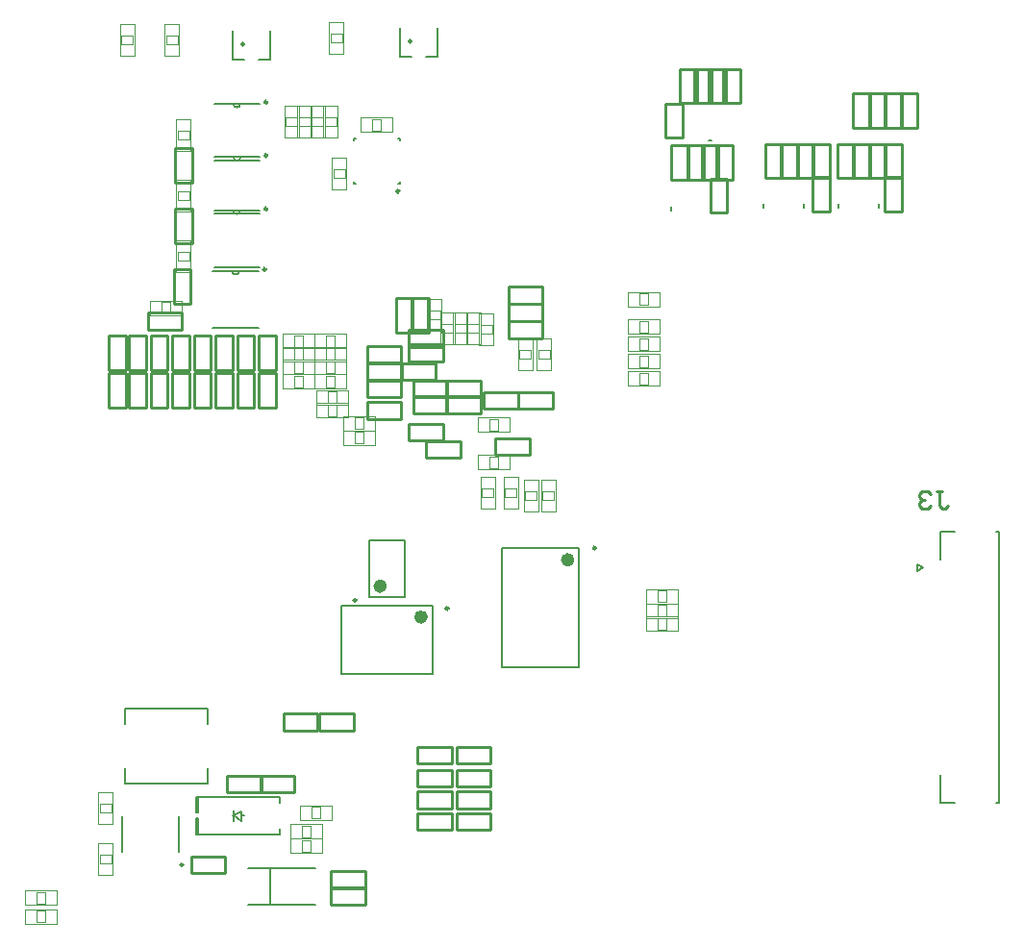
<source format=gbr>
G04*
G04 #@! TF.GenerationSoftware,Altium Limited,Altium Designer,24.1.2 (44)*
G04*
G04 Layer_Color=32896*
%FSLAX44Y44*%
%MOMM*%
G71*
G04*
G04 #@! TF.SameCoordinates,8DB790BD-C0D2-442E-8808-D1DB86FAA070*
G04*
G04*
G04 #@! TF.FilePolarity,Positive*
G04*
G01*
G75*
%ADD10C,0.2540*%
%ADD11C,0.1000*%
%ADD12C,0.2000*%
%ADD13C,0.2500*%
%ADD14C,0.6000*%
%ADD16C,0.1270*%
%ADD17C,0.2032*%
D10*
X1917580Y1497570D02*
Y1527570D01*
X1902580Y1497570D02*
X1917580D01*
X1902580Y1527570D02*
X1917580D01*
X1902580Y1497570D02*
Y1527570D01*
X1484510Y1351400D02*
Y1381400D01*
X1469510Y1351400D02*
X1484510D01*
X1469510Y1381400D02*
X1484510D01*
X1469510Y1351400D02*
Y1381400D01*
X1446770Y1343540D02*
X1476770D01*
Y1328540D02*
Y1343540D01*
X1446770Y1328540D02*
Y1343540D01*
Y1328540D02*
X1476770D01*
X1485780Y1404860D02*
Y1434860D01*
X1470780Y1404860D02*
X1485780D01*
X1470780Y1434860D02*
X1485780D01*
X1470780Y1404860D02*
Y1434860D01*
X1485780Y1458200D02*
Y1488200D01*
X1470780Y1458200D02*
X1485780D01*
X1470780Y1488200D02*
X1485780D01*
X1470780Y1458200D02*
Y1488200D01*
X1521340Y1293100D02*
Y1323100D01*
X1506340Y1293100D02*
X1521340D01*
X1506340Y1323100D02*
X1521340D01*
X1506340Y1293100D02*
Y1323100D01*
X1445140Y1293100D02*
Y1323100D01*
X1430140Y1293100D02*
X1445140D01*
X1430140Y1323100D02*
X1445140D01*
X1430140Y1293100D02*
Y1323100D01*
X1464190Y1293100D02*
Y1323100D01*
X1449190Y1293100D02*
X1464190D01*
X1449190Y1323100D02*
X1464190D01*
X1449190Y1293100D02*
Y1323100D01*
X1502290Y1260080D02*
Y1290080D01*
X1487290Y1260080D02*
X1502290D01*
X1487290Y1290080D02*
X1502290D01*
X1487290Y1260080D02*
Y1290080D01*
X1464190Y1260080D02*
Y1290080D01*
X1449190Y1260080D02*
X1464190D01*
X1449190Y1290080D02*
X1464190D01*
X1449190Y1260080D02*
Y1290080D01*
X1427360Y1293100D02*
Y1323100D01*
X1412360Y1293100D02*
X1427360D01*
X1412360Y1323100D02*
X1427360D01*
X1412360Y1293100D02*
Y1323100D01*
X1445140Y1260080D02*
Y1290080D01*
X1430140Y1260080D02*
X1445140D01*
X1430140Y1290080D02*
X1445140D01*
X1430140Y1260080D02*
Y1290080D01*
X1559440Y1260080D02*
Y1290080D01*
X1544440Y1260080D02*
X1559440D01*
X1544440Y1290080D02*
X1559440D01*
X1544440Y1260080D02*
Y1290080D01*
X1540390Y1260080D02*
Y1290080D01*
X1525390Y1260080D02*
X1540390D01*
X1525390Y1290080D02*
X1540390D01*
X1525390Y1260080D02*
Y1290080D01*
X1540390Y1293100D02*
Y1323100D01*
X1525390Y1293100D02*
X1540390D01*
X1525390Y1323100D02*
X1540390D01*
X1525390Y1293100D02*
Y1323100D01*
X1559440Y1293100D02*
Y1323100D01*
X1544440Y1293100D02*
X1559440D01*
X1544440Y1323100D02*
X1559440D01*
X1544440Y1293100D02*
Y1323100D01*
X1483240Y1260080D02*
Y1290080D01*
X1468240Y1260080D02*
X1483240D01*
X1468240Y1290080D02*
X1483240D01*
X1468240Y1260080D02*
Y1290080D01*
X1427360Y1260080D02*
Y1290080D01*
X1412360Y1260080D02*
X1427360D01*
X1412360Y1290080D02*
X1427360D01*
X1412360Y1260080D02*
Y1290080D01*
X1521340Y1260080D02*
Y1290080D01*
X1506340Y1260080D02*
X1521340D01*
X1506340Y1290080D02*
X1521340D01*
X1506340Y1260080D02*
Y1290080D01*
X1483240Y1293100D02*
Y1323100D01*
X1468240Y1293100D02*
X1483240D01*
X1468240Y1323100D02*
X1483240D01*
X1468240Y1293100D02*
Y1323100D01*
X1502290Y1293100D02*
Y1323100D01*
X1487290Y1293100D02*
X1502290D01*
X1487290Y1323100D02*
X1502290D01*
X1487290Y1293100D02*
Y1323100D01*
X1936630Y1460740D02*
Y1490740D01*
X1921630Y1460740D02*
X1936630D01*
X1921630Y1490740D02*
X1936630D01*
X1921630Y1460740D02*
Y1490740D01*
X1930280Y1528050D02*
Y1558050D01*
X1915280Y1528050D02*
X1930280D01*
X1915280Y1558050D02*
X1930280D01*
X1915280Y1528050D02*
Y1558050D01*
X2067680Y1506460D02*
Y1536460D01*
X2082680D01*
X2067680Y1506460D02*
X2082680D01*
Y1536460D01*
X2068710Y1462010D02*
Y1492010D01*
X2053710Y1462010D02*
X2068710D01*
X2053710Y1492010D02*
X2068710D01*
X2053710Y1462010D02*
Y1492010D01*
X1942980Y1528050D02*
Y1558050D01*
X1927980Y1528050D02*
X1942980D01*
X1927980Y1558050D02*
X1942980D01*
X1927980Y1528050D02*
Y1558050D01*
X2047120Y1462010D02*
Y1492010D01*
X2032120Y1462010D02*
X2047120D01*
X2032120Y1492010D02*
X2047120D01*
X2032120Y1462010D02*
Y1492010D01*
X2095620Y1432800D02*
Y1462800D01*
X2110620D01*
X2095620Y1432800D02*
X2110620D01*
Y1462800D01*
X2095620Y1462010D02*
Y1492010D01*
X2110620D01*
X2095620Y1462010D02*
X2110620D01*
Y1492010D01*
X2067680Y1462130D02*
Y1492130D01*
X2082680D01*
X2067680Y1462130D02*
X2082680D01*
Y1492130D01*
X2081650Y1462130D02*
Y1492130D01*
X2096650D01*
X2081650Y1462130D02*
X2096650D01*
Y1492130D01*
X1940680Y1528050D02*
Y1558050D01*
X1955680D01*
X1940680Y1528050D02*
X1955680D01*
Y1558050D01*
X1953380Y1528050D02*
Y1558050D01*
X1968380D01*
X1953380Y1528050D02*
X1968380D01*
Y1558050D01*
X1934330Y1460740D02*
Y1490740D01*
X1949330D01*
X1934330Y1460740D02*
X1949330D01*
Y1490740D01*
X1947030Y1460740D02*
Y1490740D01*
X1962030D01*
X1947030Y1460740D02*
X1962030D01*
Y1490740D01*
X1941950Y1431530D02*
Y1461530D01*
X1956950D01*
X1941950Y1431530D02*
X1956950D01*
Y1461530D01*
X1907660Y1460740D02*
Y1490740D01*
X1922660D01*
X1907660Y1460740D02*
X1922660D01*
Y1490740D01*
X2032120Y1432800D02*
Y1462800D01*
X2047120D01*
X2032120Y1432800D02*
X2047120D01*
Y1462800D01*
X2018150Y1462130D02*
Y1492130D01*
X2033150D01*
X2018150Y1462130D02*
X2033150D01*
Y1492130D01*
X1990210Y1462010D02*
Y1492010D01*
X2005210D01*
X1990210Y1462010D02*
X2005210D01*
Y1492010D01*
X2004180Y1462130D02*
Y1492130D01*
X2019180D01*
X2004180Y1462130D02*
X2019180D01*
Y1492130D01*
X1718670Y946270D02*
X1748670D01*
X1718670D02*
Y961270D01*
X1748670Y946270D02*
Y961270D01*
X1718670D02*
X1748670D01*
X1684380Y961270D02*
X1714380D01*
Y946270D02*
Y961270D01*
X1684380Y946270D02*
Y961270D01*
Y946270D02*
X1714380D01*
X1718550Y925950D02*
X1748550D01*
X1718550D02*
Y940950D01*
X1748550Y925950D02*
Y940950D01*
X1718550D02*
X1748550D01*
X1718550Y906900D02*
X1748550D01*
X1718550D02*
Y921900D01*
X1748550Y906900D02*
Y921900D01*
X1718550D02*
X1748550D01*
X1684380Y921900D02*
X1714380D01*
Y906900D02*
Y921900D01*
X1684380Y906900D02*
Y921900D01*
Y906900D02*
X1714380D01*
X1684380Y940950D02*
X1714380D01*
Y925950D02*
Y940950D01*
X1684380Y925950D02*
Y940950D01*
Y925950D02*
X1714380D01*
X1684260Y902850D02*
X1714260D01*
Y887850D02*
Y902850D01*
X1684260Y887850D02*
Y902850D01*
Y887850D02*
X1714260D01*
X1718670Y887850D02*
X1748670D01*
X1718670D02*
Y902850D01*
X1748670Y887850D02*
Y902850D01*
X1718670D02*
X1748670D01*
X2096650Y1506460D02*
Y1536460D01*
X2081650Y1506460D02*
X2096650D01*
X2081650Y1536460D02*
X2096650D01*
X2081650Y1506460D02*
Y1536460D01*
X2124590Y1506460D02*
Y1536460D01*
X2109590Y1506460D02*
X2124590D01*
X2109590Y1536460D02*
X2124590D01*
X2109590Y1506460D02*
Y1536460D01*
X2110620Y1506460D02*
Y1536460D01*
X2095620Y1506460D02*
X2110620D01*
X2095620Y1536460D02*
X2110620D01*
X2095620Y1506460D02*
Y1536460D01*
X1597900Y975480D02*
X1627900D01*
X1597900D02*
Y990480D01*
X1627900Y975480D02*
Y990480D01*
X1597900D02*
X1627900D01*
X1566150Y975480D02*
X1596150D01*
X1566150D02*
Y990480D01*
X1596150Y975480D02*
Y990480D01*
X1566150D02*
X1596150D01*
X1608060Y836810D02*
X1638060D01*
Y821810D02*
Y836810D01*
X1608060Y821810D02*
Y836810D01*
Y821810D02*
X1638060D01*
X1608060Y837050D02*
X1638060D01*
X1608060D02*
Y852050D01*
X1638060Y837050D02*
Y852050D01*
X1608060D02*
X1638060D01*
X1484860Y849750D02*
X1514860D01*
X1484860D02*
Y864750D01*
X1514860Y849750D02*
Y864750D01*
X1484860D02*
X1514860D01*
X1545820Y920870D02*
X1575820D01*
X1545820D02*
Y935870D01*
X1575820Y920870D02*
Y935870D01*
X1545820D02*
X1575820D01*
X1516610Y920870D02*
X1546610D01*
X1516610D02*
Y935870D01*
X1546610Y920870D02*
Y935870D01*
X1516610D02*
X1546610D01*
X1752840Y1218050D02*
X1782840D01*
X1752840D02*
Y1233050D01*
X1782840Y1218050D02*
Y1233050D01*
X1752840D02*
X1782840D01*
X1639810Y1314330D02*
X1669810D01*
Y1299330D02*
Y1314330D01*
X1639810Y1299330D02*
Y1314330D01*
Y1299330D02*
X1669810D01*
X1639810Y1284090D02*
X1669810D01*
X1639810D02*
Y1299090D01*
X1669810Y1284090D02*
Y1299090D01*
X1639810D02*
X1669810D01*
X1639810Y1264800D02*
X1669810D01*
Y1249800D02*
Y1264800D01*
X1639810Y1249800D02*
Y1264800D01*
Y1249800D02*
X1669810D01*
X1709660Y1269880D02*
X1739660D01*
Y1254880D02*
Y1269880D01*
X1709660Y1254880D02*
Y1269880D01*
Y1254880D02*
X1739660D01*
X1680330Y1283850D02*
X1710330D01*
Y1268850D02*
Y1283850D01*
X1680330Y1268850D02*
Y1283850D01*
Y1268850D02*
X1710330D01*
X1709660Y1283850D02*
X1739660D01*
Y1268850D02*
Y1283850D01*
X1709660Y1268850D02*
Y1283850D01*
Y1268850D02*
X1739660D01*
X1680450Y1269880D02*
X1710450D01*
Y1254880D02*
Y1269880D01*
X1680450Y1254880D02*
Y1269880D01*
Y1254880D02*
X1710450D01*
X1742680Y1258690D02*
X1772680D01*
X1742680D02*
Y1273690D01*
X1772680Y1258690D02*
Y1273690D01*
X1742680D02*
X1772680D01*
X1773160Y1258690D02*
X1803160D01*
X1773160D02*
Y1273690D01*
X1803160Y1258690D02*
Y1273690D01*
X1773160D02*
X1803160D01*
X1764270Y1320920D02*
X1794270D01*
X1764270D02*
Y1335920D01*
X1794270Y1320920D02*
Y1335920D01*
X1764270D02*
X1794270D01*
X1639810Y1268850D02*
X1669810D01*
X1639810D02*
Y1283850D01*
X1669810Y1268850D02*
Y1283850D01*
X1639810D02*
X1669810D01*
X1676640Y1328300D02*
X1706640D01*
Y1313300D02*
Y1328300D01*
X1676640Y1313300D02*
Y1328300D01*
Y1313300D02*
X1706640D01*
X1679060Y1326120D02*
Y1356120D01*
X1694060D01*
X1679060Y1326120D02*
X1694060D01*
Y1356120D01*
X1680090Y1326120D02*
Y1356120D01*
X1665090Y1326120D02*
X1680090D01*
X1665090Y1356120D02*
X1680090D01*
X1665090Y1326120D02*
Y1356120D01*
X1676640Y1300600D02*
X1706640D01*
X1676640D02*
Y1315600D01*
X1706640Y1300600D02*
Y1315600D01*
X1676640D02*
X1706640D01*
X1676640Y1230750D02*
X1706640D01*
X1676640D02*
Y1245750D01*
X1706640Y1230750D02*
Y1245750D01*
X1676640D02*
X1706640D01*
X1764270Y1351400D02*
X1794270D01*
X1764270D02*
Y1366400D01*
X1794270Y1351400D02*
Y1366400D01*
X1764270D02*
X1794270D01*
X1670290Y1299090D02*
X1700290D01*
Y1284090D02*
Y1299090D01*
X1670290Y1284090D02*
Y1299090D01*
Y1284090D02*
X1700290D01*
X1764270Y1351160D02*
X1794270D01*
Y1336160D02*
Y1351160D01*
X1764270Y1336160D02*
Y1351160D01*
Y1336160D02*
X1794270D01*
X1691880Y1230510D02*
X1721880D01*
Y1215510D02*
Y1230510D01*
X1691880Y1215510D02*
Y1230510D01*
Y1215510D02*
X1721880D01*
X2141223Y1186429D02*
X2146302D01*
X2143763D01*
Y1173733D01*
X2146302Y1171194D01*
X2148841D01*
X2151380Y1173733D01*
X2136145Y1183890D02*
X2133606Y1186429D01*
X2128527D01*
X2125988Y1183890D01*
Y1181351D01*
X2128527Y1178811D01*
X2131067D01*
X2128527D01*
X2125988Y1176272D01*
Y1173733D01*
X2128527Y1171194D01*
X2133606D01*
X2136145Y1173733D01*
D11*
X1433830Y1579879D02*
Y1587499D01*
X1423670D02*
X1433830D01*
X1423670Y1579879D02*
Y1587499D01*
Y1579879D02*
X1433830D01*
X1435100Y1569719D02*
Y1597659D01*
X1422400D02*
X1435100D01*
X1422400Y1592579D02*
Y1597659D01*
Y1569719D02*
Y1592579D01*
Y1569719D02*
X1435100D01*
X1607820Y1581151D02*
Y1588771D01*
Y1581151D02*
X1617980D01*
Y1588771D01*
X1607820D02*
X1617980D01*
X1606550Y1570991D02*
Y1598931D01*
Y1570991D02*
X1619250D01*
Y1576071D01*
Y1598931D01*
X1606550D02*
X1619250D01*
X1601470Y1507489D02*
Y1515109D01*
X1591310D02*
X1601470D01*
X1591310Y1507489D02*
Y1515109D01*
Y1507489D02*
X1601470D01*
X1602740Y1497329D02*
Y1525269D01*
X1590040D02*
X1602740D01*
X1590040Y1520189D02*
Y1525269D01*
Y1497329D02*
Y1520189D01*
Y1497329D02*
X1602740D01*
Y1507491D02*
Y1515111D01*
Y1507491D02*
X1612900D01*
Y1515111D01*
X1602740D02*
X1612900D01*
X1601470Y1497331D02*
Y1525271D01*
Y1497331D02*
X1614170D01*
Y1502411D01*
Y1525271D01*
X1601470D02*
X1614170D01*
X1463040Y1579881D02*
Y1587501D01*
Y1579881D02*
X1473200D01*
Y1587501D01*
X1463040D02*
X1473200D01*
X1461770Y1569721D02*
Y1597661D01*
Y1569721D02*
X1474470D01*
Y1574801D01*
Y1597661D01*
X1461770D02*
X1474470D01*
X1590040Y1507489D02*
Y1515109D01*
X1579880D02*
X1590040D01*
X1579880Y1507489D02*
Y1515109D01*
Y1507489D02*
X1590040D01*
X1591310Y1497329D02*
Y1525269D01*
X1578610D02*
X1591310D01*
X1578610Y1520189D02*
Y1525269D01*
Y1497329D02*
Y1520189D01*
Y1497329D02*
X1591310D01*
X1578610Y1507489D02*
Y1515109D01*
X1568450D02*
X1578610D01*
X1568450Y1507489D02*
Y1515109D01*
Y1507489D02*
X1578610D01*
X1579880Y1497329D02*
Y1525269D01*
X1567180D02*
X1579880D01*
X1567180Y1520189D02*
Y1525269D01*
Y1497329D02*
Y1520189D01*
Y1497329D02*
X1579880D01*
X1473200Y1389381D02*
Y1397001D01*
Y1389381D02*
X1483360D01*
Y1397001D01*
X1473200D02*
X1483360D01*
X1471930Y1379221D02*
Y1407161D01*
Y1379221D02*
X1484630D01*
Y1384301D01*
Y1407161D01*
X1471930D02*
X1484630D01*
X1459231Y1352550D02*
X1466851D01*
X1459231Y1342390D02*
Y1352550D01*
Y1342390D02*
X1466851D01*
Y1352550D01*
X1449071Y1353820D02*
X1477011D01*
X1449071Y1341120D02*
Y1353820D01*
Y1341120D02*
X1454151D01*
X1477011D01*
Y1353820D01*
X1473200Y1442721D02*
Y1450341D01*
Y1442721D02*
X1483360D01*
Y1450341D01*
X1473200D02*
X1483360D01*
X1471930Y1432561D02*
Y1460501D01*
Y1432561D02*
X1484630D01*
Y1437641D01*
Y1460501D01*
X1471930D02*
X1484630D01*
X1473200Y1496061D02*
Y1503681D01*
Y1496061D02*
X1483360D01*
Y1503681D01*
X1473200D02*
X1483360D01*
X1471930Y1485901D02*
Y1513841D01*
Y1485901D02*
X1484630D01*
Y1490981D01*
Y1513841D01*
X1471930D02*
X1484630D01*
X1896109Y1088390D02*
X1903729D01*
Y1098550D01*
X1896109D02*
X1903729D01*
X1896109Y1088390D02*
Y1098550D01*
X1885949Y1087120D02*
X1913889D01*
Y1099820D01*
X1908809D02*
X1913889D01*
X1885949D02*
X1908809D01*
X1885949Y1087120D02*
Y1099820D01*
X1896111Y1085850D02*
X1903731D01*
X1896111Y1075690D02*
Y1085850D01*
Y1075690D02*
X1903731D01*
Y1085850D01*
X1885951Y1087120D02*
X1913891D01*
X1885951Y1074420D02*
Y1087120D01*
Y1074420D02*
X1891031D01*
X1913891D01*
Y1087120D01*
X1896111Y1074420D02*
X1903731D01*
X1896111Y1064260D02*
Y1074420D01*
Y1064260D02*
X1903731D01*
Y1074420D01*
X1885951Y1075690D02*
X1913891D01*
X1885951Y1062990D02*
Y1075690D01*
Y1062990D02*
X1891031D01*
X1913891D01*
Y1075690D01*
X1644651Y1513840D02*
X1652271D01*
X1644651Y1503680D02*
Y1513840D01*
Y1503680D02*
X1652271D01*
Y1513840D01*
X1634491Y1515110D02*
X1662431D01*
X1634491Y1502410D02*
Y1515110D01*
Y1502410D02*
X1639571D01*
X1662431D01*
Y1515110D01*
X1790700Y1303021D02*
Y1310641D01*
Y1303021D02*
X1800860D01*
Y1310641D01*
X1790700D02*
X1800860D01*
X1789430Y1292861D02*
Y1320801D01*
Y1292861D02*
X1802130D01*
Y1297941D01*
Y1320801D01*
X1789430D02*
X1802130D01*
X1620520Y1461769D02*
Y1469389D01*
X1610360D02*
X1620520D01*
X1610360Y1461769D02*
Y1469389D01*
Y1461769D02*
X1620520D01*
X1621790Y1451609D02*
Y1479549D01*
X1609090D02*
X1621790D01*
X1609090Y1474469D02*
Y1479549D01*
Y1451609D02*
Y1474469D01*
Y1451609D02*
X1621790D01*
X1772920Y1292859D02*
X1785620D01*
X1772920D02*
Y1315719D01*
Y1320799D01*
X1785620D01*
Y1292859D02*
Y1320799D01*
X1774190Y1303019D02*
X1784350D01*
X1774190D02*
Y1310639D01*
X1784350D01*
Y1303019D02*
Y1310639D01*
X1576069Y1290320D02*
X1583689D01*
Y1300480D01*
X1576069D02*
X1583689D01*
X1576069Y1290320D02*
Y1300480D01*
X1565909Y1289050D02*
X1593849D01*
Y1301750D01*
X1588769D02*
X1593849D01*
X1565909D02*
X1588769D01*
X1565909Y1289050D02*
Y1301750D01*
X1604011Y1300480D02*
X1611631D01*
X1604011Y1290320D02*
Y1300480D01*
Y1290320D02*
X1611631D01*
Y1300480D01*
X1593851Y1301750D02*
X1621791D01*
X1593851Y1289050D02*
Y1301750D01*
Y1289050D02*
X1598931D01*
X1621791D01*
Y1301750D01*
X1604011Y1323340D02*
X1611631D01*
X1604011Y1313180D02*
Y1323340D01*
Y1313180D02*
X1611631D01*
Y1323340D01*
X1593851Y1324610D02*
X1621791D01*
X1593851Y1311910D02*
Y1324610D01*
Y1311910D02*
X1598931D01*
X1621791D01*
Y1324610D01*
X1576069Y1313180D02*
X1583689D01*
Y1323340D01*
X1576069D02*
X1583689D01*
X1576069Y1313180D02*
Y1323340D01*
X1565909Y1311910D02*
X1593849D01*
Y1324610D01*
X1588769D02*
X1593849D01*
X1565909D02*
X1588769D01*
X1565909Y1311910D02*
Y1324610D01*
X1604011Y1311910D02*
X1611631D01*
X1604011Y1301750D02*
Y1311910D01*
Y1301750D02*
X1611631D01*
Y1311910D01*
X1593851Y1313180D02*
X1621791D01*
X1593851Y1300480D02*
Y1313180D01*
Y1300480D02*
X1598931D01*
X1621791D01*
Y1313180D01*
X1576069Y1301750D02*
X1583689D01*
Y1311910D01*
X1576069D02*
X1583689D01*
X1576069Y1301750D02*
Y1311910D01*
X1565909Y1300480D02*
X1593849D01*
Y1313180D01*
X1588769D02*
X1593849D01*
X1565909D02*
X1588769D01*
X1565909Y1300480D02*
Y1313180D01*
X1576069Y1277620D02*
X1583689D01*
Y1287780D01*
X1576069D02*
X1583689D01*
X1576069Y1277620D02*
Y1287780D01*
X1565909Y1276350D02*
X1593849D01*
Y1289050D01*
X1588769D02*
X1593849D01*
X1565909D02*
X1588769D01*
X1565909Y1276350D02*
Y1289050D01*
X1604011Y1287780D02*
X1611631D01*
X1604011Y1277620D02*
Y1287780D01*
Y1277620D02*
X1611631D01*
Y1287780D01*
X1593851Y1289050D02*
X1621791D01*
X1593851Y1276350D02*
Y1289050D01*
Y1276350D02*
X1598931D01*
X1621791D01*
Y1289050D01*
X1879601Y1336040D02*
X1887221D01*
X1879601Y1325880D02*
Y1336040D01*
Y1325880D02*
X1887221D01*
Y1336040D01*
X1869441Y1337310D02*
X1897381D01*
X1869441Y1324610D02*
Y1337310D01*
Y1324610D02*
X1874521D01*
X1897381D01*
Y1337310D01*
X1879601Y1360170D02*
X1887221D01*
X1879601Y1350010D02*
Y1360170D01*
Y1350010D02*
X1887221D01*
Y1360170D01*
X1869441Y1361440D02*
X1897381D01*
X1869441Y1348740D02*
Y1361440D01*
Y1348740D02*
X1874521D01*
X1897381D01*
Y1361440D01*
X1879601Y1320800D02*
X1887221D01*
X1879601Y1310640D02*
Y1320800D01*
Y1310640D02*
X1887221D01*
Y1320800D01*
X1869441Y1322070D02*
X1897381D01*
X1869441Y1309370D02*
Y1322070D01*
Y1309370D02*
X1874521D01*
X1897381D01*
Y1322070D01*
X1750060Y1324609D02*
Y1332229D01*
X1739900D02*
X1750060D01*
X1739900Y1324609D02*
Y1332229D01*
Y1324609D02*
X1750060D01*
X1751330Y1314449D02*
Y1342389D01*
X1738630D02*
X1751330D01*
X1738630Y1337309D02*
Y1342389D01*
Y1314449D02*
Y1337309D01*
Y1314449D02*
X1751330D01*
X1728470Y1325881D02*
Y1333501D01*
Y1325881D02*
X1738630D01*
Y1333501D01*
X1728470D02*
X1738630D01*
X1727200Y1315721D02*
Y1343661D01*
Y1315721D02*
X1739900D01*
Y1320801D01*
Y1343661D01*
X1727200D02*
X1739900D01*
X1879601Y1305560D02*
X1887221D01*
X1879601Y1295400D02*
Y1305560D01*
Y1295400D02*
X1887221D01*
Y1305560D01*
X1869441Y1306830D02*
X1897381D01*
X1869441Y1294130D02*
Y1306830D01*
Y1294130D02*
X1874521D01*
X1897381D01*
Y1306830D01*
X1879979Y1290319D02*
X1887599D01*
X1879979Y1280159D02*
Y1290319D01*
Y1280159D02*
X1887599D01*
Y1290319D01*
X1869819Y1291589D02*
X1897759D01*
X1869819Y1278889D02*
Y1291589D01*
Y1278889D02*
X1874899D01*
X1897759D01*
Y1291589D01*
X1705610Y1325881D02*
Y1333501D01*
Y1325881D02*
X1715770D01*
Y1333501D01*
X1705610D02*
X1715770D01*
X1704340Y1315721D02*
Y1343661D01*
Y1315721D02*
X1717040D01*
Y1320801D01*
Y1343661D01*
X1704340D02*
X1717040D01*
Y1325881D02*
Y1333501D01*
Y1325881D02*
X1727200D01*
Y1333501D01*
X1717040D02*
X1727200D01*
X1715770Y1315721D02*
Y1343661D01*
Y1315721D02*
X1728470D01*
Y1320801D01*
Y1343661D01*
X1715770D02*
X1728470D01*
X1694180Y1337311D02*
Y1344931D01*
Y1337311D02*
X1704340D01*
Y1344931D01*
X1694180D02*
X1704340D01*
X1692910Y1327151D02*
Y1355091D01*
Y1327151D02*
X1705610D01*
Y1332231D01*
Y1355091D01*
X1692910D02*
X1705610D01*
X1789430Y1178559D02*
Y1186179D01*
X1779270D02*
X1789430D01*
X1779270Y1178559D02*
Y1186179D01*
Y1178559D02*
X1789430D01*
X1790700Y1168399D02*
Y1196339D01*
X1778000D02*
X1790700D01*
X1778000Y1191259D02*
Y1196339D01*
Y1168399D02*
Y1191259D01*
Y1168399D02*
X1790700D01*
X1804670Y1178559D02*
Y1186179D01*
X1794510D02*
X1804670D01*
X1794510Y1178559D02*
Y1186179D01*
Y1178559D02*
X1804670D01*
X1805940Y1168399D02*
Y1196339D01*
X1793240D02*
X1805940D01*
X1793240Y1191259D02*
Y1196339D01*
Y1168399D02*
Y1191259D01*
Y1168399D02*
X1805940D01*
X1771650Y1181099D02*
Y1188719D01*
X1761490D02*
X1771650D01*
X1761490Y1181099D02*
Y1188719D01*
Y1181099D02*
X1771650D01*
X1772920Y1170939D02*
Y1198879D01*
X1760220D02*
X1772920D01*
X1760220Y1193799D02*
Y1198879D01*
Y1170939D02*
Y1193799D01*
Y1170939D02*
X1772920D01*
X1741170Y1181101D02*
Y1188721D01*
Y1181101D02*
X1751330D01*
Y1188721D01*
X1741170D02*
X1751330D01*
X1739900Y1170941D02*
Y1198881D01*
Y1170941D02*
X1752600D01*
Y1176021D01*
Y1198881D01*
X1739900D02*
X1752600D01*
X1348741Y833120D02*
X1356361D01*
X1348741Y822960D02*
Y833120D01*
Y822960D02*
X1356361D01*
Y833120D01*
X1338581Y834390D02*
X1366521D01*
X1338581Y821690D02*
Y834390D01*
Y821690D02*
X1343661D01*
X1366521D01*
Y834390D01*
X1348741Y816610D02*
X1356361D01*
X1348741Y806450D02*
Y816610D01*
Y806450D02*
X1356361D01*
Y816610D01*
X1338581Y817880D02*
X1366521D01*
X1338581Y805180D02*
Y817880D01*
Y805180D02*
X1343661D01*
X1366521D01*
Y817880D01*
X1404610Y858521D02*
Y866141D01*
Y858521D02*
X1414770D01*
Y866141D01*
X1404610D02*
X1414770D01*
X1403340Y848361D02*
Y876301D01*
Y848361D02*
X1416040D01*
Y853441D01*
Y876301D01*
X1403340D02*
X1416040D01*
X1414770Y902969D02*
Y910589D01*
X1404610D02*
X1414770D01*
X1404610Y902969D02*
Y910589D01*
Y902969D02*
X1414770D01*
X1416040Y892809D02*
Y920749D01*
X1403340D02*
X1416040D01*
X1403340Y915669D02*
Y920749D01*
Y892809D02*
Y915669D01*
Y892809D02*
X1416040D01*
X1591299Y897890D02*
X1598919D01*
Y908050D01*
X1591299D02*
X1598919D01*
X1591299Y897890D02*
Y908050D01*
X1581139Y896620D02*
X1609079D01*
Y909320D01*
X1603999D02*
X1609079D01*
X1581139D02*
X1603999D01*
X1581139Y896620D02*
Y909320D01*
X1582411Y891540D02*
X1590031D01*
X1582411Y881380D02*
Y891540D01*
Y881380D02*
X1590031D01*
Y891540D01*
X1572251Y892810D02*
X1600191D01*
X1572251Y880110D02*
Y892810D01*
Y880110D02*
X1577331D01*
X1600191D01*
Y892810D01*
X1582411Y878840D02*
X1590031D01*
X1582411Y868680D02*
Y878840D01*
Y868680D02*
X1590031D01*
Y878840D01*
X1572251Y880110D02*
X1600191D01*
X1572251Y867410D02*
Y880110D01*
Y867410D02*
X1577331D01*
X1600191D01*
Y880110D01*
X1747519Y1239520D02*
X1755139D01*
Y1249680D01*
X1747519D02*
X1755139D01*
X1747519Y1239520D02*
Y1249680D01*
X1737359Y1238250D02*
X1765299D01*
Y1250950D01*
X1760219D02*
X1765299D01*
X1737359D02*
X1760219D01*
X1737359Y1238250D02*
Y1250950D01*
X1747519Y1206500D02*
X1755139D01*
Y1216660D01*
X1747519D02*
X1755139D01*
X1747519Y1206500D02*
Y1216660D01*
X1737359Y1205230D02*
X1765299D01*
Y1217930D01*
X1760219D02*
X1765299D01*
X1737359D02*
X1760219D01*
X1737359Y1205230D02*
Y1217930D01*
X1629411Y1250950D02*
X1637031D01*
X1629411Y1240790D02*
Y1250950D01*
Y1240790D02*
X1637031D01*
Y1250950D01*
X1619251Y1252220D02*
X1647191D01*
X1619251Y1239520D02*
Y1252220D01*
Y1239520D02*
X1624331D01*
X1647191D01*
Y1252220D01*
X1629411Y1238250D02*
X1637031D01*
X1629411Y1228090D02*
Y1238250D01*
Y1228090D02*
X1637031D01*
Y1238250D01*
X1619251Y1239520D02*
X1647191D01*
X1619251Y1226820D02*
Y1239520D01*
Y1226820D02*
X1624331D01*
X1647191D01*
Y1239520D01*
X1605279Y1263650D02*
X1612899D01*
Y1273810D01*
X1605279D02*
X1612899D01*
X1605279Y1263650D02*
Y1273810D01*
X1595119Y1262380D02*
X1623059D01*
Y1275080D01*
X1617979D02*
X1623059D01*
X1595119D02*
X1617979D01*
X1595119Y1262380D02*
Y1275080D01*
X1605279Y1252220D02*
X1612899D01*
Y1262380D01*
X1605279D02*
X1612899D01*
X1605279Y1252220D02*
Y1262380D01*
X1595119Y1250950D02*
X1623059D01*
Y1263650D01*
X1617979D02*
X1623059D01*
X1595119D02*
X1617979D01*
X1595119Y1250950D02*
Y1263650D01*
D12*
X1520952Y1379982D02*
G03*
X1527048Y1379982I3048J0D01*
G01*
X1522222Y1433322D02*
G03*
X1528318Y1433322I3048J0D01*
G01*
X1522222Y1480312D02*
G03*
X1528318Y1480312I3048J0D01*
G01*
X1522222Y1527302D02*
G03*
X1528318Y1527302I3048J0D01*
G01*
X1504000Y1380090D02*
X1544000D01*
X1504000Y1330090D02*
X1544000D01*
X1505270Y1433430D02*
X1545270D01*
X1505270Y1383430D02*
X1545270D01*
X1505270Y1480420D02*
X1545270D01*
X1505270Y1430420D02*
X1545270D01*
X1505270Y1527410D02*
X1545270D01*
X1505270Y1477410D02*
X1545270D01*
X1826480Y1030810D02*
Y1135810D01*
X1758480Y1030810D02*
Y1135810D01*
X1826480D01*
X1758480Y1030810D02*
X1826480D01*
X2090140Y1436140D02*
Y1439140D01*
X2055140Y1436140D02*
Y1439140D01*
X1940330Y1530070D02*
X1943330D01*
X1940330Y1495070D02*
X1943330D01*
X1907820Y1433600D02*
Y1436600D01*
X1942820Y1433600D02*
Y1436600D01*
X1989100Y1436140D02*
Y1439140D01*
X2024100Y1436140D02*
Y1439140D01*
X1628460Y1457010D02*
Y1458760D01*
Y1457010D02*
X1630210D01*
X1628460Y1495260D02*
Y1497010D01*
X1630210D01*
X1666710D02*
X1668460D01*
Y1495260D02*
Y1497010D01*
Y1457010D02*
Y1458760D01*
X1666710Y1457010D02*
X1668460D01*
X1617350Y1025370D02*
X1697350D01*
X1617350Y1085370D02*
X1697350D01*
X1617350Y1025370D02*
Y1085370D01*
X1697350Y1025370D02*
Y1085370D01*
X1641350Y1142600D02*
X1673350D01*
X1641350Y1092600D02*
X1673350D01*
Y1142600D01*
X1641350Y1092600D02*
Y1142600D01*
X1424060Y868250D02*
Y900250D01*
X1474060Y868250D02*
Y900250D01*
X1426530Y928390D02*
Y941890D01*
X1499530Y928390D02*
Y941890D01*
X1426530Y980890D02*
Y994390D01*
X1499530Y980890D02*
Y994390D01*
X1426530Y928390D02*
X1499530D01*
X1426530Y994390D02*
X1499530D01*
X1529530Y900430D02*
X1531530D01*
X1521530D02*
X1522530D01*
X1529530Y895430D02*
Y904430D01*
X1522530Y900430D02*
X1529530Y895430D01*
X1522530Y900430D02*
X1529530Y904430D01*
X1522530Y895430D02*
Y905430D01*
X1489030Y883920D02*
Y897890D01*
Y883920D02*
X1563360D01*
X1489030Y897890D02*
X1490970D01*
Y883920D02*
Y897890D01*
Y902970D02*
Y916940D01*
X1489030Y902970D02*
X1490970D01*
X1563360Y883920D02*
Y888680D01*
X1489030Y902970D02*
Y916940D01*
X1563360Y912180D02*
Y916940D01*
X1489030D02*
X1563360D01*
D13*
X1678940Y1582420D02*
G03*
X1678940Y1582420I-1250J0D01*
G01*
X1531620Y1579880D02*
G03*
X1531620Y1579880I-1250J0D01*
G01*
X1550712Y1381506D02*
G03*
X1550712Y1381506I-1250J0D01*
G01*
X1551982Y1434846D02*
G03*
X1551982Y1434846I-1250J0D01*
G01*
Y1481836D02*
G03*
X1551982Y1481836I-1250J0D01*
G01*
Y1528826D02*
G03*
X1551982Y1528826I-1250J0D01*
G01*
X1841230Y1136260D02*
G03*
X1841230Y1136260I-1250J0D01*
G01*
X1668210Y1450510D02*
G03*
X1668210Y1450510I-1250J0D01*
G01*
X1711600Y1082920D02*
G03*
X1711600Y1082920I-1250J0D01*
G01*
X1630350Y1090050D02*
G03*
X1630350Y1090050I-1250J0D01*
G01*
X1477860Y857250D02*
G03*
X1477860Y857250I-1250J0D01*
G01*
D14*
X1819480Y1125810D02*
G03*
X1819480Y1125810I-3000J0D01*
G01*
X1690350Y1075370D02*
G03*
X1690350Y1075370I-3000J0D01*
G01*
X1654350Y1102600D02*
G03*
X1654350Y1102600I-3000J0D01*
G01*
D16*
X2193930Y911740D02*
X2196430D01*
X2193930Y1150740D02*
X2196430D01*
X2124010Y1122120D02*
X2129010Y1119120D01*
X2124010Y1116120D02*
X2129010Y1119120D01*
X2124010Y1116120D02*
Y1122120D01*
X2144430Y911740D02*
X2157430D01*
X2144430Y1150740D02*
X2157430D01*
X2196430Y911740D02*
Y1150740D01*
X2144430Y1125940D02*
Y1150740D01*
Y911740D02*
Y936540D01*
X1534630Y854200D02*
X1594630D01*
X1534630Y822200D02*
X1594630D01*
X1554356D02*
Y854200D01*
D17*
X1668780Y1568450D02*
X1678940D01*
X1668780D02*
Y1593850D01*
X1691640Y1568450D02*
X1701800D01*
Y1593850D01*
X1521460Y1565910D02*
X1531620D01*
X1521460D02*
Y1591310D01*
X1544320Y1565910D02*
X1554480D01*
Y1591310D01*
M02*

</source>
